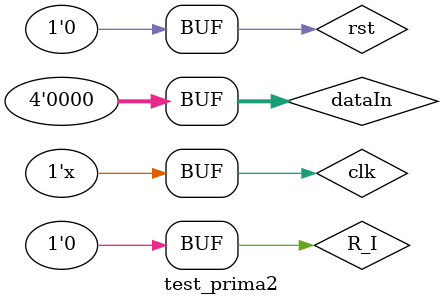
<source format=v>
`timescale 1ns / 1ps

module test_prima2();

reg clk;

reg rst;
reg R_I;
reg get_out;
reg [3:0] dataIn;

wire [7:0] an;
wire [7:0] seg;

wire ok;
wire red;

DEVICE device(
.clk_old(clk), .set_button(R_I), .reset_button(rst), .read_button(get_out), 
.switch(dataIn), .an(an), .seg(seg), .ok_led(ok), .red_led(red));

always #10 clk = ~clk;

always@(negedge clk)
begin
    if(ok)
        #10 get_out <= ~get_out;
    //else get_out = 1'b0;
end

initial
begin
rst = 0;
get_out = 0;
clk = 0;
//R_I = 0;
//#10

//dataIn = 4'd5;// ïåðåäàåì êîëè÷åñòâî âåðøèí
////addra = 3'h0;
//R_I = 0;
//#10
//R_I = 1;
//#10

//dataIn = 20'h07050;
dataIn = 4'h0;
R_I = 0;
#10
R_I = 1;
#10

dataIn = 4'h7;
R_I = 0;
#10
R_I = 1;
#10

dataIn = 4'h0;
R_I = 0;
#10
R_I = 1;
#10

dataIn = 4'h5;
R_I = 0;
#10
R_I = 1;
#10

dataIn = 4'h0;
R_I = 0;
#10
R_I = 1;
#10

//----------------------------------//dataIn = 20'h70897;

//dataIn = 20'h70897;
dataIn = 4'h7;
R_I = 0;
#10
R_I = 1;
#10

dataIn = 4'h0;
R_I = 0;
#10
R_I = 1;
#10

dataIn = 4'h8;
R_I = 0;
#10
R_I = 1;
#10

dataIn = 4'h9;
R_I = 0;
#10
R_I = 1;
#10

dataIn = 4'h7;
R_I = 0;
#10
R_I = 1;
#10

//---------------------------------//dataIn = 20'h08005;

//dataIn = 20'h08005;
dataIn = 4'h0;
R_I = 0;
#10
R_I = 1;
#10

dataIn = 4'h8;
R_I = 0;
#10
R_I = 1;
#10

dataIn = 4'h0;
R_I = 0;
#10
R_I = 1;
#10

dataIn = 4'h0;
R_I = 0;
#10
R_I = 1;
#10

dataIn = 4'h5;
R_I = 0;
#10
R_I = 1;
#10

//-----------------------------------------//dataIn = 20'h5900F;

//dataIn = 20'h5900F;
dataIn = 4'h5;
R_I = 0;
#10
R_I = 1;
#10

dataIn = 4'h9;
R_I = 0;
#10
R_I = 1;
#10

dataIn = 4'h0;
R_I = 0;
#10
R_I = 1;
#10

dataIn = 4'h0;
R_I = 0;
#10
R_I = 1;
#10

dataIn = 4'hF;
R_I = 0;
#10
R_I = 1;
#10

//----------------------------------------//dataIn = 20'h075f0;

//dataIn = 20'h075f0;
dataIn = 4'h0;
R_I = 0;
#10
R_I = 1;
#10

dataIn = 4'h7;
R_I = 0;
#10
R_I = 1;
#10

dataIn = 4'h5;
R_I = 0;
#10
R_I = 1;
#10

dataIn = 4'hF;
R_I = 0;
#10
R_I = 1;
#10

dataIn = 4'h0;
R_I = 0;
#10
R_I = 1;
#10
R_I = 0;
end

endmodule

</source>
